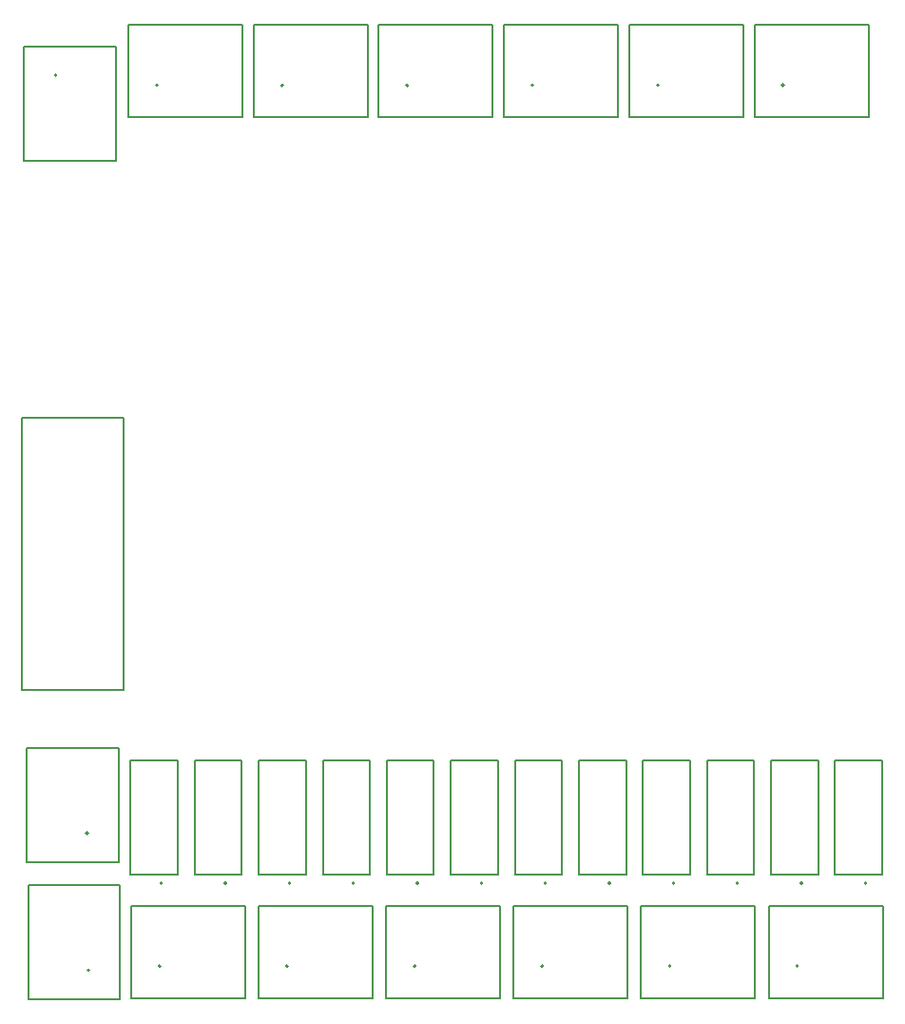
<source format=gbr>
G04*
G04 #@! TF.GenerationSoftware,Altium Limited,Altium Designer,22.4.2 (48)*
G04*
G04 Layer_Color=16711935*
%FSLAX44Y44*%
%MOMM*%
G71*
G04*
G04 #@! TF.SameCoordinates,69224164-BCDE-4545-B53B-617D96EECF20*
G04*
G04*
G04 #@! TF.FilePolarity,Positive*
G04*
G01*
G75*
%ADD10C,0.2000*%
%ADD12C,0.1270*%
D10*
X614047Y304800D02*
G03*
X614047Y304800I-1000J0D01*
G01*
X294370Y1097280D02*
G03*
X294370Y1097280I-1000J0D01*
G01*
X388350Y378580D02*
G03*
X388350Y378580I-1000J0D01*
G01*
X323580Y300990D02*
G03*
X323580Y300990I-1000J0D01*
G01*
X322310Y422910D02*
G03*
X322310Y422910I-1000J0D01*
G01*
X386898Y304800D02*
G03*
X386898Y304800I-1000J0D01*
G01*
X500473D02*
G03*
X500473Y304800I-1000J0D01*
G01*
X727621D02*
G03*
X727621Y304800I-1000J0D01*
G01*
X384540Y1088390D02*
G03*
X384540Y1088390I-1000J0D01*
G01*
X496046D02*
G03*
X496046Y1088390I-1000J0D01*
G01*
X607552D02*
G03*
X607552Y1088390I-1000J0D01*
G01*
X719058D02*
G03*
X719058Y1088390I-1000J0D01*
G01*
X673523Y378580D02*
G03*
X673523Y378580I-1000J0D01*
G01*
X445384D02*
G03*
X445384Y378580I-1000J0D01*
G01*
X901661D02*
G03*
X901661Y378580I-1000J0D01*
G01*
X841196Y304800D02*
G03*
X841196Y304800I-1000J0D01*
G01*
X954770D02*
G03*
X954770Y304800I-1000J0D01*
G01*
X844626Y378580D02*
G03*
X844626Y378580I-1000J0D01*
G01*
X616488D02*
G03*
X616488Y378580I-1000J0D01*
G01*
X830564Y1088390D02*
G03*
X830564Y1088390I-1000J0D01*
G01*
X559454Y378580D02*
G03*
X559454Y378580I-1000J0D01*
G01*
X942070Y1088390D02*
G03*
X942070Y1088390I-1000J0D01*
G01*
X787592Y378580D02*
G03*
X787592Y378580I-1000J0D01*
G01*
X1015730D02*
G03*
X1015730Y378580I-1000J0D01*
G01*
X502419D02*
G03*
X502419Y378580I-1000J0D01*
G01*
X730557D02*
G03*
X730557Y378580I-1000J0D01*
G01*
X958695D02*
G03*
X958695Y378580I-1000J0D01*
G01*
D12*
X587647Y276500D02*
Y358500D01*
Y276500D02*
X689247D01*
Y358500D01*
X587647D02*
X689247D01*
X265070Y1122680D02*
X347070D01*
X265070Y1021080D02*
Y1122680D01*
Y1021080D02*
X347070D01*
Y1122680D01*
X263660Y550780D02*
X353560D01*
Y792880D01*
X263660D02*
X353560D01*
X263660Y550780D02*
Y792880D01*
X360175Y386080D02*
Y487680D01*
X402125D01*
Y386080D02*
Y487680D01*
X360175Y386080D02*
X402125D01*
X268880Y275590D02*
X350880D01*
Y377190D01*
X268880D02*
X350880D01*
X268880Y275590D02*
Y377190D01*
X267610Y397510D02*
X349610D01*
Y499110D01*
X267610D02*
X349610D01*
X267610Y397510D02*
Y499110D01*
X360499Y276500D02*
Y358500D01*
Y276500D02*
X462099D01*
Y358500D01*
X360499D02*
X462099D01*
X474073Y276500D02*
Y358500D01*
Y276500D02*
X575673D01*
Y358500D01*
X474073D02*
X575673D01*
X701221Y276500D02*
Y358500D01*
Y276500D02*
X802821D01*
Y358500D01*
X701221D02*
X802821D01*
X358140Y1060090D02*
Y1142090D01*
Y1060090D02*
X459740D01*
Y1142090D01*
X358140D02*
X459740D01*
X469646Y1060090D02*
Y1142090D01*
Y1060090D02*
X571246D01*
Y1142090D01*
X469646D02*
X571246D01*
X581152Y1060090D02*
Y1142090D01*
Y1060090D02*
X682752D01*
Y1142090D01*
X581152D02*
X682752D01*
X692658Y1060090D02*
Y1142090D01*
Y1060090D02*
X794258D01*
Y1142090D01*
X692658D02*
X794258D01*
X645348Y386080D02*
X687298D01*
Y487680D01*
X645348D02*
X687298D01*
X645348Y386080D02*
Y487680D01*
X417210Y386080D02*
X459159D01*
Y487680D01*
X417210D02*
X459159D01*
X417210Y386080D02*
Y487680D01*
X873486Y386080D02*
X915436D01*
Y487680D01*
X873486D02*
X915436D01*
X873486Y386080D02*
Y487680D01*
X814795Y276500D02*
Y358500D01*
Y276500D02*
X916395D01*
Y358500D01*
X814795D02*
X916395D01*
X928370Y276500D02*
Y358500D01*
Y276500D02*
X1029970D01*
Y358500D01*
X928370D02*
X1029970D01*
X816451Y386080D02*
X858401D01*
Y487680D01*
X816451D02*
X858401D01*
X816451Y386080D02*
Y487680D01*
X588313Y386080D02*
X630263D01*
Y487680D01*
X588313D02*
X630263D01*
X588313Y386080D02*
Y487680D01*
X804164Y1060090D02*
Y1142090D01*
Y1060090D02*
X905764D01*
Y1142090D01*
X804164D02*
X905764D01*
X531279Y386080D02*
X573229D01*
Y487680D01*
X531279D02*
X573229D01*
X531279Y386080D02*
Y487680D01*
X915670Y1060090D02*
Y1142090D01*
Y1060090D02*
X1017270D01*
Y1142090D01*
X915670D02*
X1017270D01*
X759417Y386080D02*
X801367D01*
Y487680D01*
X759417D02*
X801367D01*
X759417Y386080D02*
Y487680D01*
X987555Y386080D02*
X1029505D01*
Y487680D01*
X987555D02*
X1029505D01*
X987555Y386080D02*
Y487680D01*
X474244Y386080D02*
X516194D01*
Y487680D01*
X474244D02*
X516194D01*
X474244Y386080D02*
Y487680D01*
X702382Y386080D02*
X744332D01*
Y487680D01*
X702382D02*
X744332D01*
X702382Y386080D02*
Y487680D01*
X930520Y386080D02*
X972470D01*
Y487680D01*
X930520D02*
X972470D01*
X930520Y386080D02*
Y487680D01*
M02*

</source>
